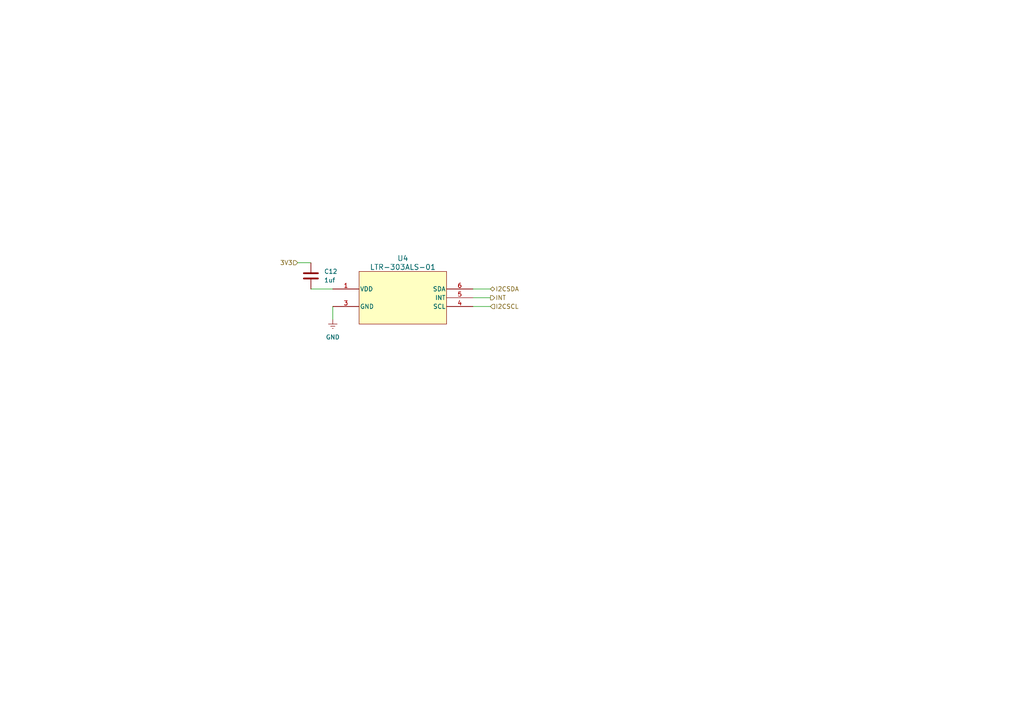
<source format=kicad_sch>
(kicad_sch (version 20231120) (generator "eeschema") (generator_version "8.0")
  (paper "A4")
  (lib_symbols
    (symbol "Device:C" (pin_numbers hide) (pin_names (offset 0.254))
      (property "Reference" "C" (at 0.635 2.54 0))
      (property "Value" "C" (at 0.635 -2.54 0))
      (symbol "C_0_1"
        (polyline (pts (xy -2.032 -0.762) (xy 2.032 -0.762)) (stroke (width 0.508)))
        (polyline (pts (xy -2.032 0.762) (xy 2.032 0.762)) (stroke (width 0.508)))
      )
      (symbol "C_1_1"
        (pin passive line (at 0 3.81 270) (length 2.794) (name "~") (number "1"))
        (pin passive line (at 0 -3.81 90) (length 2.794) (name "~") (number "2"))
      )
    )
    (symbol "Peanut:GND" (power) (pin_numbers hide) (pin_names (offset 0) hide)
      (property "Value" "GND" (at 0 -3.81 0))
      (symbol "GND_0_1"
        (polyline (pts (xy -0.635 -1.905) (xy 0.635 -1.905)))
        (polyline (pts (xy -0.127 -2.54) (xy 0.127 -2.54)))
        (polyline (pts (xy 0 -1.27) (xy 0 0)))
        (polyline (pts (xy 1.27 -1.27) (xy -1.27 -1.27)))
      )
      (symbol "GND_1_1"
        (pin power_in line (at 0 0 270) (length 0) (name "~") (number "1"))
      )
    )
    (symbol "Peanut:LTR-303ALS-01" (pin_names (offset 0.254))
      (property "Reference" "U4" (at 20.32 10.16 0))
      (property "Value" "LTR-303ALS-01" (at 20.32 7.62 0))
      (symbol "LTR-303ALS-01_0_1"
        (pin no_connect line (at 0 -1.27 0) (length 7.62) hide (name "NC") (number "2"))
        (pin power_out line (at 0 -3.81 0) (length 7.62) (name "GND") (number "3"))
        (pin input line (at 40.64 -3.81 180) (length 7.62) (name "SCL") (number "4"))
        (pin output line (at 40.64 -1.27 180) (length 7.62) (name "INT") (number "5"))
        (pin bidirectional line (at 40.64 1.27 180) (length 7.62) (name "SDA") (number "6"))
      )
      (symbol "LTR-303ALS-01_1_1"
        (rectangle (start 7.62 6.35) (end 33.02 -8.89) (fill (type color) (color 255 255 194 1)))
        (pin power_in line (at 0 1.27 0) (length 7.62) (name "VDD") (number "1"))
      )
    )
  )
  (wire (pts (xy 137.16 86.36) (xy 142.24 86.36)))
  (wire (pts (xy 96.52 88.9) (xy 96.52 92.71)))
  (wire (pts (xy 137.16 88.9) (xy 142.24 88.9)))
  (wire (pts (xy 137.16 83.82) (xy 142.24 83.82)))
  (wire (pts (xy 90.17 83.82) (xy 96.52 83.82)))
  (wire (pts (xy 86.36 76.2) (xy 90.17 76.2)))
  (hierarchical_label "INT" (shape output) (at 142.24 86.36 0))
  (hierarchical_label "I2CSDA" (shape bidirectional) (at 142.24 83.82 0))
  (hierarchical_label "I2CSCL" (shape input) (at 142.24 88.9 0))
  (hierarchical_label "3V3" (shape input) (at 86.36 76.2 180))
  (symbol (lib_id "Peanut:LTR-303ALS-01") (at 96.52 85.09 0) (unit 1)
    (property "Reference" "U4" (at 116.84 74.93 0) (effects (font (size 1.524 1.524))))
    (property "Value" "LTR-303ALS-01" (at 116.84 77.47 0) (effects (font (size 1.524 1.524))))
    (property "Footprint" "Snapeda:LTR-303ALS-01_LTO" (effects (hide yes)))
    (property "Datasheet" "LTR-303ALS-01" (effects (hide yes)))
  )
  (symbol (lib_id "Peanut:GND") (at 96.52 92.71 0) (unit 1)
    (property "Reference" "#PWR015" (effects (hide yes)))
    (property "Value" "GND" (at 96.52 97.79 0))
    (property "Description" "Power symbol creates a global label with name \"GNDREF\" , reference supply ground" (effects (hide yes)))
  )
  (symbol (lib_id "Device:C") (at 90.17 80.01 0) (unit 1)
    (property "Reference" "C12" (at 93.98 78.7399 0) (effects (justify left)))
    (property "Value" "1uf" (at 93.98 81.2799 0) (effects (justify left)))
    (property "Description" "Unpolarized capacitor" (effects (hide yes)))
  )
)
</source>
